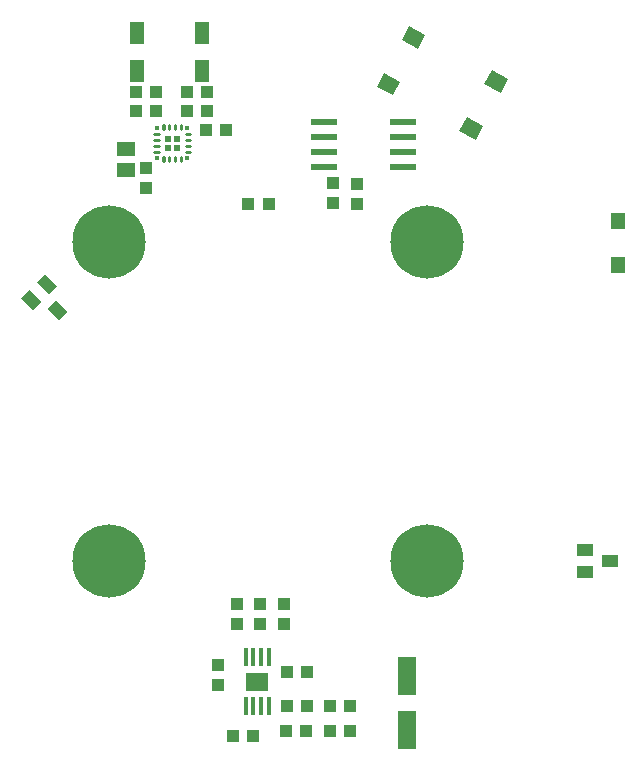
<source format=gtp>
G75*
%MOIN*%
%OFA0B0*%
%FSLAX24Y24*%
%IPPOS*%
%LPD*%
%AMOC8*
5,1,8,0,0,1.08239X$1,22.5*
%
%ADD10C,0.0105*%
%ADD11R,0.0134X0.0134*%
%ADD12R,0.0226X0.0231*%
%ADD13R,0.0225X0.0241*%
%ADD14R,0.0239X0.0240*%
%ADD15R,0.0242X0.0234*%
%ADD16R,0.0433X0.0394*%
%ADD17R,0.0870X0.0240*%
%ADD18R,0.0591X0.0512*%
%ADD19R,0.0394X0.0433*%
%ADD20R,0.0394X0.0551*%
%ADD21R,0.0630X0.0512*%
%ADD22R,0.0630X0.1260*%
%ADD23R,0.0512X0.0748*%
%ADD24R,0.0551X0.0394*%
%ADD25R,0.0157X0.0630*%
%ADD26R,0.0744X0.0618*%
%ADD27R,0.0492X0.0551*%
%ADD28C,0.2441*%
D10*
X010472Y021988D02*
X010478Y021988D01*
X010472Y021988D02*
X010472Y022124D01*
X010478Y022124D01*
X010478Y021988D01*
X010478Y022092D02*
X010472Y022092D01*
X010669Y021988D02*
X010675Y021988D01*
X010669Y021988D02*
X010669Y022124D01*
X010675Y022124D01*
X010675Y021988D01*
X010675Y022092D02*
X010669Y022092D01*
X010866Y021988D02*
X010872Y021988D01*
X010866Y021988D02*
X010866Y022124D01*
X010872Y022124D01*
X010872Y021988D01*
X010872Y022092D02*
X010866Y022092D01*
X011063Y021988D02*
X011069Y021988D01*
X011063Y021988D02*
X011063Y022124D01*
X011069Y022124D01*
X011069Y021988D01*
X011069Y022092D02*
X011063Y022092D01*
X011228Y022283D02*
X011228Y022289D01*
X011364Y022289D01*
X011364Y022283D01*
X011228Y022283D01*
X011228Y022480D02*
X011228Y022486D01*
X011364Y022486D01*
X011364Y022480D01*
X011228Y022480D01*
X011228Y022677D02*
X011228Y022683D01*
X011364Y022683D01*
X011364Y022677D01*
X011228Y022677D01*
X011228Y022874D02*
X011228Y022880D01*
X011364Y022880D01*
X011364Y022874D01*
X011228Y022874D01*
X011069Y023175D02*
X011063Y023175D01*
X011069Y023175D02*
X011069Y023039D01*
X011063Y023039D01*
X011063Y023175D01*
X011069Y023143D02*
X011063Y023143D01*
X010872Y023175D02*
X010866Y023175D01*
X010872Y023175D02*
X010872Y023039D01*
X010866Y023039D01*
X010866Y023175D01*
X010872Y023143D02*
X010866Y023143D01*
X010675Y023175D02*
X010669Y023175D01*
X010675Y023175D02*
X010675Y023039D01*
X010669Y023039D01*
X010669Y023175D01*
X010675Y023143D02*
X010669Y023143D01*
X010478Y023175D02*
X010472Y023175D01*
X010478Y023175D02*
X010478Y023039D01*
X010472Y023039D01*
X010472Y023175D01*
X010478Y023143D02*
X010472Y023143D01*
X010313Y022880D02*
X010313Y022874D01*
X010177Y022874D01*
X010177Y022880D01*
X010313Y022880D01*
X010313Y022683D02*
X010313Y022677D01*
X010177Y022677D01*
X010177Y022683D01*
X010313Y022683D01*
X010313Y022486D02*
X010313Y022480D01*
X010177Y022480D01*
X010177Y022486D01*
X010313Y022486D01*
X010313Y022289D02*
X010313Y022283D01*
X010177Y022283D01*
X010177Y022289D01*
X010313Y022289D01*
D11*
X010273Y022080D03*
X011269Y022084D03*
X011269Y023080D03*
X010273Y023080D03*
D12*
X010618Y022422D03*
D13*
X010617Y022721D03*
D14*
X010918Y022720D03*
D15*
X010916Y022426D03*
D16*
X011899Y023026D03*
X012568Y023026D03*
X011936Y023645D03*
X011932Y024274D03*
X011263Y024274D03*
X011267Y023645D03*
X010239Y023645D03*
X009570Y023645D03*
X009570Y024274D03*
X010239Y024274D03*
X013310Y020534D03*
X013979Y020534D03*
X014586Y004947D03*
X015256Y004947D03*
X015254Y003799D03*
X014585Y003799D03*
X014566Y002982D03*
X015235Y002982D03*
X016031Y002982D03*
X016700Y002982D03*
X016691Y003814D03*
X016022Y003814D03*
X013477Y002813D03*
X012808Y002813D03*
D17*
X015819Y021782D03*
X015819Y022282D03*
X015819Y022782D03*
X015819Y023282D03*
X018469Y023282D03*
X018469Y022782D03*
X018469Y022282D03*
X018469Y021782D03*
D18*
X009235Y021696D03*
X009235Y022365D03*
D19*
X009904Y021735D03*
X009904Y021066D03*
X016135Y021243D03*
X016912Y021213D03*
X016912Y020544D03*
X016135Y020574D03*
X014488Y007222D03*
X014488Y006553D03*
X013700Y006553D03*
X013700Y007222D03*
X012913Y007222D03*
X012913Y006553D03*
X012308Y005186D03*
X012308Y004517D03*
D20*
G36*
X006610Y017055D02*
X006888Y017333D01*
X007276Y016945D01*
X006998Y016667D01*
X006610Y017055D01*
G37*
G36*
X005733Y017403D02*
X006011Y017681D01*
X006399Y017293D01*
X006121Y017015D01*
X005733Y017403D01*
G37*
G36*
X006262Y017932D02*
X006540Y018210D01*
X006928Y017822D01*
X006650Y017544D01*
X006262Y017932D01*
G37*
D21*
G36*
X017822Y024910D02*
X018377Y024615D01*
X018136Y024164D01*
X017581Y024459D01*
X017822Y024910D01*
G37*
G36*
X018654Y026474D02*
X019209Y026179D01*
X018968Y025728D01*
X018413Y026023D01*
X018654Y026474D01*
G37*
G36*
X021417Y025005D02*
X021972Y024710D01*
X021731Y024259D01*
X021176Y024554D01*
X021417Y025005D01*
G37*
G36*
X020585Y023441D02*
X021140Y023146D01*
X020899Y022695D01*
X020344Y022990D01*
X020585Y023441D01*
G37*
D22*
X018586Y004830D03*
X018586Y003019D03*
D23*
X011774Y024975D03*
X011774Y026235D03*
X009609Y026235D03*
X009609Y024975D03*
D24*
X024511Y009019D03*
X025377Y008645D03*
X024511Y008271D03*
D25*
X013989Y005450D03*
X013733Y005450D03*
X013477Y005450D03*
X013221Y005450D03*
X013221Y003797D03*
X013477Y003797D03*
X013733Y003797D03*
X013989Y003797D03*
D26*
X013605Y004623D03*
D27*
X025623Y018517D03*
X025623Y019973D03*
D28*
X008645Y008645D03*
X019274Y008645D03*
X019274Y019274D03*
X008645Y019274D03*
M02*

</source>
